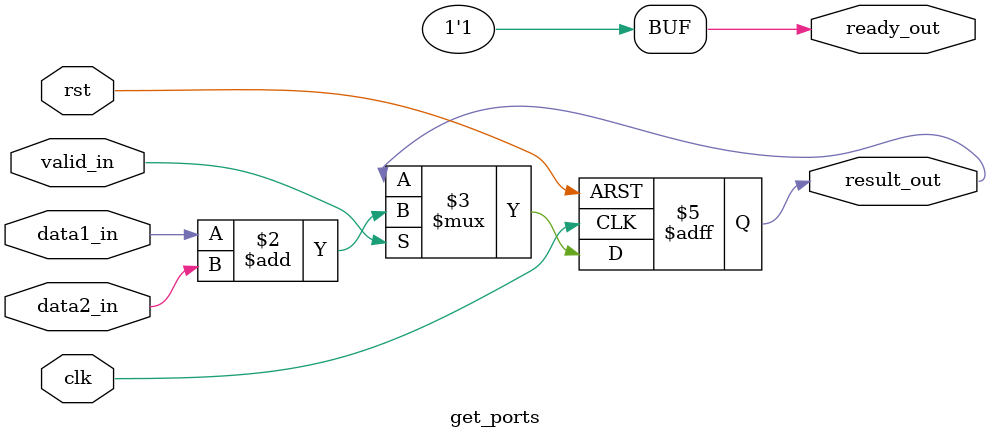
<source format=v>
/*
Command: get_ports
Description:
    -Returns a list of all top level ports that match patterns 
    
SDC Example:
    get_ports data*
    get_ports -regexp rst
*/

module get_ports(
    input wire clk,
    input wire rst,
    input wire data1_in,
    input wire data2_in,
    input wire valid_in,
    output reg result_out,
    output reg ready_out
);
    //ready_out is always 1 for this simple module
    assign ready_out = 1'b1;

    always @(posedge clk or posedge rst) begin
        if (rst) begin
            result_out <= 1'b0;
        end
        else if (valid_in) begin
            result_out <= data1_in + data2_in;
        end
    end

endmodule
</source>
